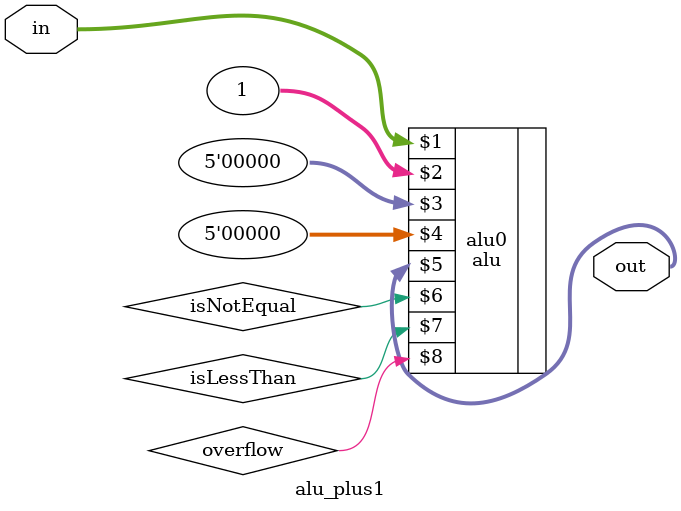
<source format=v>
module alu_plus1(in, out);

    input [31:0] in;
    output [31:0] out;
    wire isNotEqual, isLessThan, overflow;

    alu alu0(in, 32'h00000001, 5'b00000, 5'b00000, out, isNotEqual, 
        isLessThan, overflow);

endmodule

</source>
